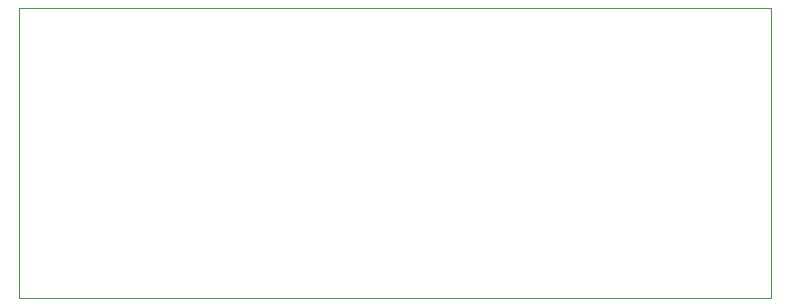
<source format=gbr>
G04 #@! TF.GenerationSoftware,KiCad,Pcbnew,5.1.10-88a1d61d58~88~ubuntu20.04.1*
G04 #@! TF.CreationDate,2021-05-20T13:34:08-04:00*
G04 #@! TF.ProjectId,hexdisplay16,68657864-6973-4706-9c61-7931362e6b69,rev?*
G04 #@! TF.SameCoordinates,Original*
G04 #@! TF.FileFunction,Paste,Bot*
G04 #@! TF.FilePolarity,Positive*
%FSLAX46Y46*%
G04 Gerber Fmt 4.6, Leading zero omitted, Abs format (unit mm)*
G04 Created by KiCad (PCBNEW 5.1.10-88a1d61d58~88~ubuntu20.04.1) date 2021-05-20 13:34:08*
%MOMM*%
%LPD*%
G01*
G04 APERTURE LIST*
G04 #@! TA.AperFunction,Profile*
%ADD10C,0.050000*%
G04 #@! TD*
G04 APERTURE END LIST*
D10*
X139700000Y-141800000D02*
X76000000Y-141800000D01*
X139700000Y-117200000D02*
X76200000Y-117200000D01*
X139700000Y-125500000D02*
X139700000Y-141800000D01*
X139700000Y-117300000D02*
X139700000Y-117200000D01*
X139700000Y-125500000D02*
X139700000Y-117300000D01*
X76000000Y-117200000D02*
X76200000Y-117200000D01*
X76000000Y-141800000D02*
X76000000Y-117200000D01*
M02*

</source>
